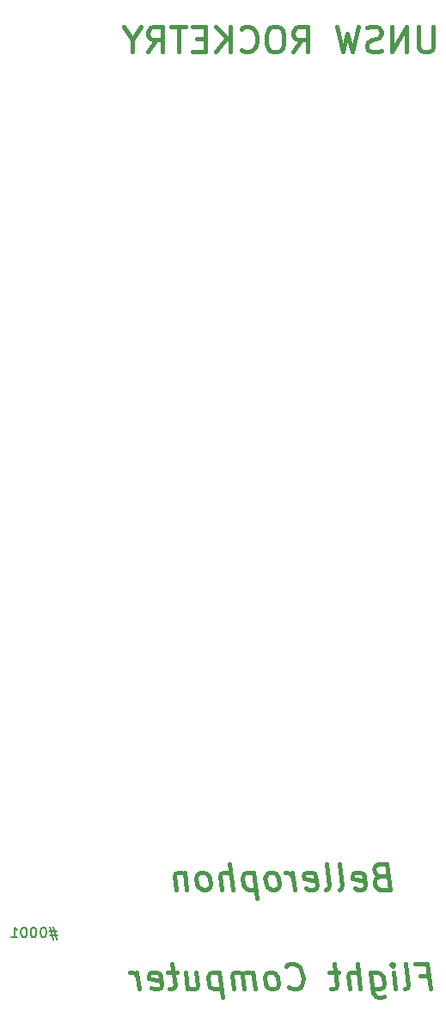
<source format=gbr>
%TF.GenerationSoftware,KiCad,Pcbnew,(6.0.1)*%
%TF.CreationDate,2022-04-27T15:56:50+10:00*%
%TF.ProjectId,bellerophon,62656c6c-6572-46f7-9068-6f6e2e6b6963,rev?*%
%TF.SameCoordinates,Original*%
%TF.FileFunction,Legend,Bot*%
%TF.FilePolarity,Positive*%
%FSLAX46Y46*%
G04 Gerber Fmt 4.6, Leading zero omitted, Abs format (unit mm)*
G04 Created by KiCad (PCBNEW (6.0.1)) date 2022-04-27 15:56:50*
%MOMM*%
%LPD*%
G01*
G04 APERTURE LIST*
%ADD10C,0.400000*%
%ADD11C,0.150000*%
G04 APERTURE END LIST*
D10*
X166263467Y-142921428D02*
X167096800Y-142921428D01*
X167260491Y-144230952D02*
X166947991Y-141730952D01*
X165757514Y-141730952D01*
X164760491Y-144230952D02*
X164983705Y-144111904D01*
X165072991Y-143873809D01*
X164805133Y-141730952D01*
X163808110Y-144230952D02*
X163599776Y-142564285D01*
X163495610Y-141730952D02*
X163629538Y-141850000D01*
X163525372Y-141969047D01*
X163391443Y-141850000D01*
X163495610Y-141730952D01*
X163525372Y-141969047D01*
X161337872Y-142564285D02*
X161590848Y-144588095D01*
X161739657Y-144826190D01*
X161873586Y-144945238D01*
X162126562Y-145064285D01*
X162483705Y-145064285D01*
X162706919Y-144945238D01*
X161531324Y-144111904D02*
X161784300Y-144230952D01*
X162260491Y-144230952D01*
X162483705Y-144111904D01*
X162587872Y-143992857D01*
X162677157Y-143754761D01*
X162587872Y-143040476D01*
X162439062Y-142802380D01*
X162305133Y-142683333D01*
X162052157Y-142564285D01*
X161575967Y-142564285D01*
X161352752Y-142683333D01*
X160355729Y-144230952D02*
X160043229Y-141730952D01*
X159284300Y-144230952D02*
X159120610Y-142921428D01*
X159209895Y-142683333D01*
X159433110Y-142564285D01*
X159790252Y-142564285D01*
X160043229Y-142683333D01*
X160177157Y-142802380D01*
X158242633Y-142564285D02*
X157290252Y-142564285D01*
X157781324Y-141730952D02*
X158049181Y-143873809D01*
X157959895Y-144111904D01*
X157736681Y-144230952D01*
X157498586Y-144230952D01*
X153302157Y-143992857D02*
X153436086Y-144111904D01*
X153808110Y-144230952D01*
X154046205Y-144230952D01*
X154388467Y-144111904D01*
X154596800Y-143873809D01*
X154686086Y-143635714D01*
X154745610Y-143159523D01*
X154700967Y-142802380D01*
X154522395Y-142326190D01*
X154373586Y-142088095D01*
X154105729Y-141850000D01*
X153733705Y-141730952D01*
X153495610Y-141730952D01*
X153153348Y-141850000D01*
X153049181Y-141969047D01*
X151903348Y-144230952D02*
X152126562Y-144111904D01*
X152230729Y-143992857D01*
X152320014Y-143754761D01*
X152230729Y-143040476D01*
X152081919Y-142802380D01*
X151947991Y-142683333D01*
X151695014Y-142564285D01*
X151337872Y-142564285D01*
X151114657Y-142683333D01*
X151010491Y-142802380D01*
X150921205Y-143040476D01*
X151010491Y-143754761D01*
X151159300Y-143992857D01*
X151293229Y-144111904D01*
X151546205Y-144230952D01*
X151903348Y-144230952D01*
X149998586Y-144230952D02*
X149790252Y-142564285D01*
X149820014Y-142802380D02*
X149686086Y-142683333D01*
X149433110Y-142564285D01*
X149075967Y-142564285D01*
X148852752Y-142683333D01*
X148763467Y-142921428D01*
X148927157Y-144230952D01*
X148763467Y-142921428D02*
X148614657Y-142683333D01*
X148361681Y-142564285D01*
X148004538Y-142564285D01*
X147781324Y-142683333D01*
X147692038Y-142921428D01*
X147855729Y-144230952D01*
X146456919Y-142564285D02*
X146769419Y-145064285D01*
X146471800Y-142683333D02*
X146218824Y-142564285D01*
X145742633Y-142564285D01*
X145519419Y-142683333D01*
X145415252Y-142802380D01*
X145325967Y-143040476D01*
X145415252Y-143754761D01*
X145564062Y-143992857D01*
X145697991Y-144111904D01*
X145950967Y-144230952D01*
X146427157Y-144230952D01*
X146650372Y-144111904D01*
X143123586Y-142564285D02*
X143331919Y-144230952D01*
X144195014Y-142564285D02*
X144358705Y-143873809D01*
X144269419Y-144111904D01*
X144046205Y-144230952D01*
X143689062Y-144230952D01*
X143436086Y-144111904D01*
X143302157Y-143992857D01*
X142290252Y-142564285D02*
X141337872Y-142564285D01*
X141828943Y-141730952D02*
X142096800Y-143873809D01*
X142007514Y-144111904D01*
X141784300Y-144230952D01*
X141546205Y-144230952D01*
X139745610Y-144111904D02*
X139998586Y-144230952D01*
X140474776Y-144230952D01*
X140697991Y-144111904D01*
X140787276Y-143873809D01*
X140668229Y-142921428D01*
X140519419Y-142683333D01*
X140266443Y-142564285D01*
X139790252Y-142564285D01*
X139567038Y-142683333D01*
X139477752Y-142921428D01*
X139507514Y-143159523D01*
X140727752Y-143397619D01*
X138570014Y-144230952D02*
X138361681Y-142564285D01*
X138421205Y-143040476D02*
X138272395Y-142802380D01*
X138138467Y-142683333D01*
X137885491Y-142564285D01*
X137647395Y-142564285D01*
X162275372Y-133121428D02*
X161933110Y-133240476D01*
X161828943Y-133359523D01*
X161739657Y-133597619D01*
X161784300Y-133954761D01*
X161933110Y-134192857D01*
X162067038Y-134311904D01*
X162320014Y-134430952D01*
X163272395Y-134430952D01*
X162959895Y-131930952D01*
X162126562Y-131930952D01*
X161903348Y-132050000D01*
X161799181Y-132169047D01*
X161709895Y-132407142D01*
X161739657Y-132645238D01*
X161888467Y-132883333D01*
X162022395Y-133002380D01*
X162275372Y-133121428D01*
X163108705Y-133121428D01*
X159805133Y-134311904D02*
X160058110Y-134430952D01*
X160534300Y-134430952D01*
X160757514Y-134311904D01*
X160846800Y-134073809D01*
X160727752Y-133121428D01*
X160578943Y-132883333D01*
X160325967Y-132764285D01*
X159849776Y-132764285D01*
X159626562Y-132883333D01*
X159537276Y-133121428D01*
X159567038Y-133359523D01*
X160787276Y-133597619D01*
X158272395Y-134430952D02*
X158495610Y-134311904D01*
X158584895Y-134073809D01*
X158317038Y-131930952D01*
X156962872Y-134430952D02*
X157186086Y-134311904D01*
X157275372Y-134073809D01*
X157007514Y-131930952D01*
X155043229Y-134311904D02*
X155296205Y-134430952D01*
X155772395Y-134430952D01*
X155995610Y-134311904D01*
X156084895Y-134073809D01*
X155965848Y-133121428D01*
X155817038Y-132883333D01*
X155564062Y-132764285D01*
X155087872Y-132764285D01*
X154864657Y-132883333D01*
X154775372Y-133121428D01*
X154805133Y-133359523D01*
X156025372Y-133597619D01*
X153867633Y-134430952D02*
X153659300Y-132764285D01*
X153718824Y-133240476D02*
X153570014Y-133002380D01*
X153436086Y-132883333D01*
X153183110Y-132764285D01*
X152945014Y-132764285D01*
X151962872Y-134430952D02*
X152186086Y-134311904D01*
X152290252Y-134192857D01*
X152379538Y-133954761D01*
X152290252Y-133240476D01*
X152141443Y-133002380D01*
X152007514Y-132883333D01*
X151754538Y-132764285D01*
X151397395Y-132764285D01*
X151174181Y-132883333D01*
X151070014Y-133002380D01*
X150980729Y-133240476D01*
X151070014Y-133954761D01*
X151218824Y-134192857D01*
X151352752Y-134311904D01*
X151605729Y-134430952D01*
X151962872Y-134430952D01*
X149849776Y-132764285D02*
X150162276Y-135264285D01*
X149864657Y-132883333D02*
X149611681Y-132764285D01*
X149135491Y-132764285D01*
X148912276Y-132883333D01*
X148808110Y-133002380D01*
X148718824Y-133240476D01*
X148808110Y-133954761D01*
X148956919Y-134192857D01*
X149090848Y-134311904D01*
X149343824Y-134430952D01*
X149820014Y-134430952D01*
X150043229Y-134311904D01*
X147796205Y-134430952D02*
X147483705Y-131930952D01*
X146724776Y-134430952D02*
X146561086Y-133121428D01*
X146650372Y-132883333D01*
X146873586Y-132764285D01*
X147230729Y-132764285D01*
X147483705Y-132883333D01*
X147617633Y-133002380D01*
X145177157Y-134430952D02*
X145400372Y-134311904D01*
X145504538Y-134192857D01*
X145593824Y-133954761D01*
X145504538Y-133240476D01*
X145355729Y-133002380D01*
X145221800Y-132883333D01*
X144968824Y-132764285D01*
X144611681Y-132764285D01*
X144388467Y-132883333D01*
X144284300Y-133002380D01*
X144195014Y-133240476D01*
X144284300Y-133954761D01*
X144433110Y-134192857D01*
X144567038Y-134311904D01*
X144820014Y-134430952D01*
X145177157Y-134430952D01*
X143064062Y-132764285D02*
X143272395Y-134430952D01*
X143093824Y-133002380D02*
X142959895Y-132883333D01*
X142706919Y-132764285D01*
X142349776Y-132764285D01*
X142126562Y-132883333D01*
X142037276Y-133121428D01*
X142200967Y-134430952D01*
X167559523Y-49530952D02*
X167559523Y-51554761D01*
X167440476Y-51792857D01*
X167321428Y-51911904D01*
X167083333Y-52030952D01*
X166607142Y-52030952D01*
X166369047Y-51911904D01*
X166250000Y-51792857D01*
X166130952Y-51554761D01*
X166130952Y-49530952D01*
X164940476Y-52030952D02*
X164940476Y-49530952D01*
X163511904Y-52030952D01*
X163511904Y-49530952D01*
X162440476Y-51911904D02*
X162083333Y-52030952D01*
X161488095Y-52030952D01*
X161250000Y-51911904D01*
X161130952Y-51792857D01*
X161011904Y-51554761D01*
X161011904Y-51316666D01*
X161130952Y-51078571D01*
X161250000Y-50959523D01*
X161488095Y-50840476D01*
X161964285Y-50721428D01*
X162202380Y-50602380D01*
X162321428Y-50483333D01*
X162440476Y-50245238D01*
X162440476Y-50007142D01*
X162321428Y-49769047D01*
X162202380Y-49650000D01*
X161964285Y-49530952D01*
X161369047Y-49530952D01*
X161011904Y-49650000D01*
X160178571Y-49530952D02*
X159583333Y-52030952D01*
X159107142Y-50245238D01*
X158630952Y-52030952D01*
X158035714Y-49530952D01*
X153750000Y-52030952D02*
X154583333Y-50840476D01*
X155178571Y-52030952D02*
X155178571Y-49530952D01*
X154226190Y-49530952D01*
X153988095Y-49650000D01*
X153869047Y-49769047D01*
X153750000Y-50007142D01*
X153750000Y-50364285D01*
X153869047Y-50602380D01*
X153988095Y-50721428D01*
X154226190Y-50840476D01*
X155178571Y-50840476D01*
X152202380Y-49530952D02*
X151726190Y-49530952D01*
X151488095Y-49650000D01*
X151250000Y-49888095D01*
X151130952Y-50364285D01*
X151130952Y-51197619D01*
X151250000Y-51673809D01*
X151488095Y-51911904D01*
X151726190Y-52030952D01*
X152202380Y-52030952D01*
X152440476Y-51911904D01*
X152678571Y-51673809D01*
X152797619Y-51197619D01*
X152797619Y-50364285D01*
X152678571Y-49888095D01*
X152440476Y-49650000D01*
X152202380Y-49530952D01*
X148630952Y-51792857D02*
X148750000Y-51911904D01*
X149107142Y-52030952D01*
X149345238Y-52030952D01*
X149702380Y-51911904D01*
X149940476Y-51673809D01*
X150059523Y-51435714D01*
X150178571Y-50959523D01*
X150178571Y-50602380D01*
X150059523Y-50126190D01*
X149940476Y-49888095D01*
X149702380Y-49650000D01*
X149345238Y-49530952D01*
X149107142Y-49530952D01*
X148750000Y-49650000D01*
X148630952Y-49769047D01*
X147559523Y-52030952D02*
X147559523Y-49530952D01*
X146130952Y-52030952D02*
X147202380Y-50602380D01*
X146130952Y-49530952D02*
X147559523Y-50959523D01*
X145059523Y-50721428D02*
X144226190Y-50721428D01*
X143869047Y-52030952D02*
X145059523Y-52030952D01*
X145059523Y-49530952D01*
X143869047Y-49530952D01*
X143154761Y-49530952D02*
X141726190Y-49530952D01*
X142440476Y-52030952D02*
X142440476Y-49530952D01*
X139464285Y-52030952D02*
X140297619Y-50840476D01*
X140892857Y-52030952D02*
X140892857Y-49530952D01*
X139940476Y-49530952D01*
X139702380Y-49650000D01*
X139583333Y-49769047D01*
X139464285Y-50007142D01*
X139464285Y-50364285D01*
X139583333Y-50602380D01*
X139702380Y-50721428D01*
X139940476Y-50840476D01*
X140892857Y-50840476D01*
X137916666Y-50840476D02*
X137916666Y-52030952D01*
X138750000Y-49530952D02*
X137916666Y-50840476D01*
X137083333Y-49530952D01*
D11*
X130414285Y-138485714D02*
X129700000Y-138485714D01*
X130128571Y-138057142D02*
X130414285Y-139342857D01*
X129795238Y-138914285D02*
X130509523Y-138914285D01*
X130080952Y-139342857D02*
X129795238Y-138057142D01*
X129176190Y-138152380D02*
X129080952Y-138152380D01*
X128985714Y-138200000D01*
X128938095Y-138247619D01*
X128890476Y-138342857D01*
X128842857Y-138533333D01*
X128842857Y-138771428D01*
X128890476Y-138961904D01*
X128938095Y-139057142D01*
X128985714Y-139104761D01*
X129080952Y-139152380D01*
X129176190Y-139152380D01*
X129271428Y-139104761D01*
X129319047Y-139057142D01*
X129366666Y-138961904D01*
X129414285Y-138771428D01*
X129414285Y-138533333D01*
X129366666Y-138342857D01*
X129319047Y-138247619D01*
X129271428Y-138200000D01*
X129176190Y-138152380D01*
X128223809Y-138152380D02*
X128128571Y-138152380D01*
X128033333Y-138200000D01*
X127985714Y-138247619D01*
X127938095Y-138342857D01*
X127890476Y-138533333D01*
X127890476Y-138771428D01*
X127938095Y-138961904D01*
X127985714Y-139057142D01*
X128033333Y-139104761D01*
X128128571Y-139152380D01*
X128223809Y-139152380D01*
X128319047Y-139104761D01*
X128366666Y-139057142D01*
X128414285Y-138961904D01*
X128461904Y-138771428D01*
X128461904Y-138533333D01*
X128414285Y-138342857D01*
X128366666Y-138247619D01*
X128319047Y-138200000D01*
X128223809Y-138152380D01*
X127271428Y-138152380D02*
X127176190Y-138152380D01*
X127080952Y-138200000D01*
X127033333Y-138247619D01*
X126985714Y-138342857D01*
X126938095Y-138533333D01*
X126938095Y-138771428D01*
X126985714Y-138961904D01*
X127033333Y-139057142D01*
X127080952Y-139104761D01*
X127176190Y-139152380D01*
X127271428Y-139152380D01*
X127366666Y-139104761D01*
X127414285Y-139057142D01*
X127461904Y-138961904D01*
X127509523Y-138771428D01*
X127509523Y-138533333D01*
X127461904Y-138342857D01*
X127414285Y-138247619D01*
X127366666Y-138200000D01*
X127271428Y-138152380D01*
X125985714Y-139152380D02*
X126557142Y-139152380D01*
X126271428Y-139152380D02*
X126271428Y-138152380D01*
X126366666Y-138295238D01*
X126461904Y-138390476D01*
X126557142Y-138438095D01*
M02*

</source>
